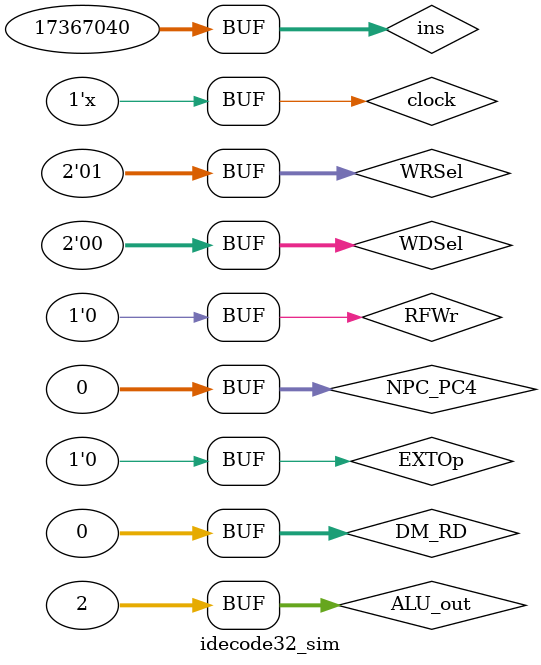
<source format=v>
`timescale 1ns / 1ps
module idecode32_sim();
    reg [31:0] NPC_PC4 = 32'h0;
    reg [31:0] ins = 32'h0;
    reg [31:0] ALU_out = 32'h0;
    reg [31:0] DM_RD = 32'h0;
    reg RFWr = 1'b0;
    reg EXTOp = 1'b0;
    reg clock = 1'b0;
    reg [1:0] WRSel = 2'b00;
    reg [1:0] WDSel = 2'b00;
    
    wire [31:0] rf_rd1,rf_rd2,ext;
    wire [4:0] debug_A3;
    wire [31:0] debug_WD;
    always #50 clock = ~clock;
    
    idecode32 u_idecode32(.clk(clock),.ins(ins),.ALU_out(ALU_out),.NPC_PC4(NPC_PC4),.DM_RD(DM_RD),.RFWr(RFWr),.EXTOp(EXTOp),.WRSel(WRSel),.WDSel(WDSel),.rf_rd1(rf_rd1),.rf_rd2(rf_rd2),.ext(ext),.debug_A3(debug_A3),.debug_WD(debug_WD));
   
    initial begin
        #40 begin   ins = 32'h2408ffff; //addiu    $t0,$zero,-1
                    ALU_out = 32'hffffffff;
                    RFWr = 1'b1;
                    WRSel = 2'b01;
                    WDSel = 2'b00;   
            end
        #90 begin  RFWr = 1'b0;end
        #100 begin  ins = 32'h24090002; //addiu    $t1,$zero,2
                    ALU_out = 32'h00000002;
                    RFWr = 1'b1;
                    WRSel = 2'b01;
                    WDSel = 2'b00; 
             end      
        #100 begin  RFWr = 1'b0;end
        #100 begin  ins = {6'd0,5'd8,5'd9,16'd0}; //ÎÞÒâÒåÓï¾ä£¬Ö»°Ñt0ºÍt1·Ö±ð¶Áµ½rd1ºÍrd2ÉÏ
                    
             end
    end
endmodule
</source>
